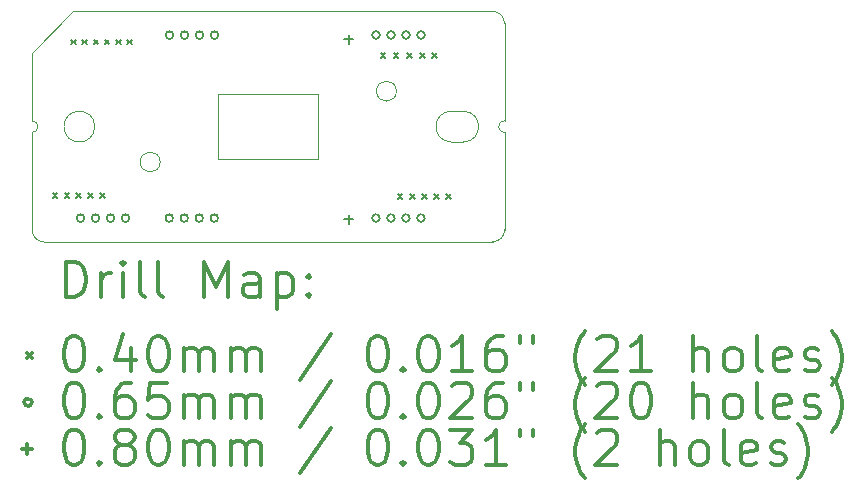
<source format=gbr>
%FSLAX45Y45*%
G04 Gerber Fmt 4.5, Leading zero omitted, Abs format (unit mm)*
G04 Created by KiCad (PCBNEW 5.1.9-73d0e3b20d~88~ubuntu20.04.1) date 2021-02-03 01:27:32*
%MOMM*%
%LPD*%
G01*
G04 APERTURE LIST*
%TA.AperFunction,Profile*%
%ADD10C,0.050000*%
%TD*%
%ADD11C,0.200000*%
%ADD12C,0.300000*%
G04 APERTURE END LIST*
D10*
X14400000Y-7420000D02*
X14400000Y-6960000D01*
X14400000Y-6280000D02*
X14400000Y-5820000D01*
X10400000Y-6910000D02*
X10400000Y-7370000D01*
X10400000Y-7370000D02*
X10400000Y-7490000D01*
X14400000Y-7490000D02*
X14400000Y-7420000D01*
X14400000Y-5820000D02*
X14400000Y-5740000D01*
X10400000Y-6565000D02*
G75*
G02*
X10400000Y-6665000I0J-50000D01*
G01*
X10400000Y-6910000D02*
X10400000Y-6665000D01*
X14400000Y-6665000D02*
G75*
G02*
X14400000Y-6565000I0J50000D01*
G01*
X14400000Y-6960000D02*
X14400000Y-6665000D01*
X11485000Y-6915000D02*
G75*
G03*
X11485000Y-6915000I-85000J0D01*
G01*
X13485000Y-6315000D02*
G75*
G03*
X13485000Y-6315000I-85000J0D01*
G01*
X10930000Y-6615000D02*
G75*
G03*
X10930000Y-6615000I-130000J0D01*
G01*
X13950000Y-6745000D02*
G75*
G02*
X13950000Y-6485000I0J130000D01*
G01*
X14050000Y-6485000D02*
G75*
G02*
X14050000Y-6745000I0J-130000D01*
G01*
X13950000Y-6485000D02*
X14050000Y-6485000D01*
X13950000Y-6745000D02*
X14050000Y-6745000D01*
X10750000Y-5640000D02*
X10400000Y-5990000D01*
X14300000Y-5640000D02*
G75*
G02*
X14400000Y-5740000I0J-100000D01*
G01*
X14400000Y-7490000D02*
G75*
G02*
X14300000Y-7590000I-100000J0D01*
G01*
X14300000Y-5640000D02*
X10750000Y-5640000D01*
X14400000Y-6565000D02*
X14400000Y-6280000D01*
X10500000Y-7590000D02*
G75*
G02*
X10400000Y-7490000I0J100000D01*
G01*
X10500000Y-7590000D02*
X14300000Y-7590000D01*
X10400000Y-6565000D02*
X10400000Y-5990000D01*
X11970000Y-6890000D02*
X12820000Y-6890000D01*
X11970000Y-6340000D02*
X11970000Y-6890000D01*
X12820000Y-6340000D02*
X11970000Y-6340000D01*
X12820000Y-6890000D02*
X12820000Y-6340000D01*
D11*
X10575000Y-7180000D02*
X10615000Y-7220000D01*
X10615000Y-7180000D02*
X10575000Y-7220000D01*
X10675000Y-7180000D02*
X10715000Y-7220000D01*
X10715000Y-7180000D02*
X10675000Y-7220000D01*
X10730000Y-5880000D02*
X10770000Y-5920000D01*
X10770000Y-5880000D02*
X10730000Y-5920000D01*
X10775000Y-7180000D02*
X10815000Y-7220000D01*
X10815000Y-7180000D02*
X10775000Y-7220000D01*
X10825000Y-5880000D02*
X10865000Y-5920000D01*
X10865000Y-5880000D02*
X10825000Y-5920000D01*
X10875000Y-7180000D02*
X10915000Y-7220000D01*
X10915000Y-7180000D02*
X10875000Y-7220000D01*
X10920000Y-5880000D02*
X10960000Y-5920000D01*
X10960000Y-5880000D02*
X10920000Y-5920000D01*
X10975000Y-7180000D02*
X11015000Y-7220000D01*
X11015000Y-7180000D02*
X10975000Y-7220000D01*
X11015000Y-5880000D02*
X11055000Y-5920000D01*
X11055000Y-5880000D02*
X11015000Y-5920000D01*
X11110000Y-5880000D02*
X11150000Y-5920000D01*
X11150000Y-5880000D02*
X11110000Y-5920000D01*
X11205000Y-5880000D02*
X11245000Y-5920000D01*
X11245000Y-5880000D02*
X11205000Y-5920000D01*
X13350000Y-5995000D02*
X13390000Y-6035000D01*
X13390000Y-5995000D02*
X13350000Y-6035000D01*
X13460000Y-5995000D02*
X13500000Y-6035000D01*
X13500000Y-5995000D02*
X13460000Y-6035000D01*
X13495000Y-7185000D02*
X13535000Y-7225000D01*
X13535000Y-7185000D02*
X13495000Y-7225000D01*
X13575000Y-5995000D02*
X13615000Y-6035000D01*
X13615000Y-5995000D02*
X13575000Y-6035000D01*
X13600000Y-7185000D02*
X13640000Y-7225000D01*
X13640000Y-7185000D02*
X13600000Y-7225000D01*
X13685000Y-5995000D02*
X13725000Y-6035000D01*
X13725000Y-5995000D02*
X13685000Y-6035000D01*
X13705000Y-7185000D02*
X13745000Y-7225000D01*
X13745000Y-7185000D02*
X13705000Y-7225000D01*
X13790000Y-5995000D02*
X13830000Y-6035000D01*
X13830000Y-5995000D02*
X13790000Y-6035000D01*
X13805000Y-7185000D02*
X13845000Y-7225000D01*
X13845000Y-7185000D02*
X13805000Y-7225000D01*
X13905000Y-7185000D02*
X13945000Y-7225000D01*
X13945000Y-7185000D02*
X13905000Y-7225000D01*
X10842500Y-7390000D02*
G75*
G03*
X10842500Y-7390000I-32500J0D01*
G01*
X10969500Y-7390000D02*
G75*
G03*
X10969500Y-7390000I-32500J0D01*
G01*
X11096500Y-7390000D02*
G75*
G03*
X11096500Y-7390000I-32500J0D01*
G01*
X11223500Y-7390000D02*
G75*
G03*
X11223500Y-7390000I-32500J0D01*
G01*
X11593500Y-7390000D02*
G75*
G03*
X11593500Y-7390000I-32500J0D01*
G01*
X11595500Y-5840000D02*
G75*
G03*
X11595500Y-5840000I-32500J0D01*
G01*
X11720500Y-7390000D02*
G75*
G03*
X11720500Y-7390000I-32500J0D01*
G01*
X11722500Y-5840000D02*
G75*
G03*
X11722500Y-5840000I-32500J0D01*
G01*
X11847500Y-7390000D02*
G75*
G03*
X11847500Y-7390000I-32500J0D01*
G01*
X11849500Y-5840000D02*
G75*
G03*
X11849500Y-5840000I-32500J0D01*
G01*
X11974500Y-7390000D02*
G75*
G03*
X11974500Y-7390000I-32500J0D01*
G01*
X11976500Y-5840000D02*
G75*
G03*
X11976500Y-5840000I-32500J0D01*
G01*
X13343500Y-5840000D02*
G75*
G03*
X13343500Y-5840000I-32500J0D01*
G01*
X13343500Y-7390000D02*
G75*
G03*
X13343500Y-7390000I-32500J0D01*
G01*
X13470500Y-5840000D02*
G75*
G03*
X13470500Y-5840000I-32500J0D01*
G01*
X13470500Y-7390000D02*
G75*
G03*
X13470500Y-7390000I-32500J0D01*
G01*
X13597500Y-5840000D02*
G75*
G03*
X13597500Y-5840000I-32500J0D01*
G01*
X13597500Y-7390000D02*
G75*
G03*
X13597500Y-7390000I-32500J0D01*
G01*
X13724500Y-5840000D02*
G75*
G03*
X13724500Y-5840000I-32500J0D01*
G01*
X13724500Y-7390000D02*
G75*
G03*
X13724500Y-7390000I-32500J0D01*
G01*
X13080000Y-5836000D02*
X13080000Y-5916000D01*
X13040000Y-5876000D02*
X13120000Y-5876000D01*
X13080000Y-7360000D02*
X13080000Y-7440000D01*
X13040000Y-7400000D02*
X13120000Y-7400000D01*
D12*
X10683928Y-8058214D02*
X10683928Y-7758214D01*
X10755357Y-7758214D01*
X10798214Y-7772500D01*
X10826786Y-7801071D01*
X10841071Y-7829643D01*
X10855357Y-7886786D01*
X10855357Y-7929643D01*
X10841071Y-7986786D01*
X10826786Y-8015357D01*
X10798214Y-8043929D01*
X10755357Y-8058214D01*
X10683928Y-8058214D01*
X10983928Y-8058214D02*
X10983928Y-7858214D01*
X10983928Y-7915357D02*
X10998214Y-7886786D01*
X11012500Y-7872500D01*
X11041071Y-7858214D01*
X11069643Y-7858214D01*
X11169643Y-8058214D02*
X11169643Y-7858214D01*
X11169643Y-7758214D02*
X11155357Y-7772500D01*
X11169643Y-7786786D01*
X11183928Y-7772500D01*
X11169643Y-7758214D01*
X11169643Y-7786786D01*
X11355357Y-8058214D02*
X11326786Y-8043929D01*
X11312500Y-8015357D01*
X11312500Y-7758214D01*
X11512500Y-8058214D02*
X11483928Y-8043929D01*
X11469643Y-8015357D01*
X11469643Y-7758214D01*
X11855357Y-8058214D02*
X11855357Y-7758214D01*
X11955357Y-7972500D01*
X12055357Y-7758214D01*
X12055357Y-8058214D01*
X12326786Y-8058214D02*
X12326786Y-7901071D01*
X12312500Y-7872500D01*
X12283928Y-7858214D01*
X12226786Y-7858214D01*
X12198214Y-7872500D01*
X12326786Y-8043929D02*
X12298214Y-8058214D01*
X12226786Y-8058214D01*
X12198214Y-8043929D01*
X12183928Y-8015357D01*
X12183928Y-7986786D01*
X12198214Y-7958214D01*
X12226786Y-7943929D01*
X12298214Y-7943929D01*
X12326786Y-7929643D01*
X12469643Y-7858214D02*
X12469643Y-8158214D01*
X12469643Y-7872500D02*
X12498214Y-7858214D01*
X12555357Y-7858214D01*
X12583928Y-7872500D01*
X12598214Y-7886786D01*
X12612500Y-7915357D01*
X12612500Y-8001071D01*
X12598214Y-8029643D01*
X12583928Y-8043929D01*
X12555357Y-8058214D01*
X12498214Y-8058214D01*
X12469643Y-8043929D01*
X12741071Y-8029643D02*
X12755357Y-8043929D01*
X12741071Y-8058214D01*
X12726786Y-8043929D01*
X12741071Y-8029643D01*
X12741071Y-8058214D01*
X12741071Y-7872500D02*
X12755357Y-7886786D01*
X12741071Y-7901071D01*
X12726786Y-7886786D01*
X12741071Y-7872500D01*
X12741071Y-7901071D01*
X10357500Y-8532500D02*
X10397500Y-8572500D01*
X10397500Y-8532500D02*
X10357500Y-8572500D01*
X10741071Y-8388214D02*
X10769643Y-8388214D01*
X10798214Y-8402500D01*
X10812500Y-8416786D01*
X10826786Y-8445357D01*
X10841071Y-8502500D01*
X10841071Y-8573929D01*
X10826786Y-8631072D01*
X10812500Y-8659643D01*
X10798214Y-8673929D01*
X10769643Y-8688214D01*
X10741071Y-8688214D01*
X10712500Y-8673929D01*
X10698214Y-8659643D01*
X10683928Y-8631072D01*
X10669643Y-8573929D01*
X10669643Y-8502500D01*
X10683928Y-8445357D01*
X10698214Y-8416786D01*
X10712500Y-8402500D01*
X10741071Y-8388214D01*
X10969643Y-8659643D02*
X10983928Y-8673929D01*
X10969643Y-8688214D01*
X10955357Y-8673929D01*
X10969643Y-8659643D01*
X10969643Y-8688214D01*
X11241071Y-8488214D02*
X11241071Y-8688214D01*
X11169643Y-8373929D02*
X11098214Y-8588214D01*
X11283928Y-8588214D01*
X11455357Y-8388214D02*
X11483928Y-8388214D01*
X11512500Y-8402500D01*
X11526786Y-8416786D01*
X11541071Y-8445357D01*
X11555357Y-8502500D01*
X11555357Y-8573929D01*
X11541071Y-8631072D01*
X11526786Y-8659643D01*
X11512500Y-8673929D01*
X11483928Y-8688214D01*
X11455357Y-8688214D01*
X11426786Y-8673929D01*
X11412500Y-8659643D01*
X11398214Y-8631072D01*
X11383928Y-8573929D01*
X11383928Y-8502500D01*
X11398214Y-8445357D01*
X11412500Y-8416786D01*
X11426786Y-8402500D01*
X11455357Y-8388214D01*
X11683928Y-8688214D02*
X11683928Y-8488214D01*
X11683928Y-8516786D02*
X11698214Y-8502500D01*
X11726786Y-8488214D01*
X11769643Y-8488214D01*
X11798214Y-8502500D01*
X11812500Y-8531072D01*
X11812500Y-8688214D01*
X11812500Y-8531072D02*
X11826786Y-8502500D01*
X11855357Y-8488214D01*
X11898214Y-8488214D01*
X11926786Y-8502500D01*
X11941071Y-8531072D01*
X11941071Y-8688214D01*
X12083928Y-8688214D02*
X12083928Y-8488214D01*
X12083928Y-8516786D02*
X12098214Y-8502500D01*
X12126786Y-8488214D01*
X12169643Y-8488214D01*
X12198214Y-8502500D01*
X12212500Y-8531072D01*
X12212500Y-8688214D01*
X12212500Y-8531072D02*
X12226786Y-8502500D01*
X12255357Y-8488214D01*
X12298214Y-8488214D01*
X12326786Y-8502500D01*
X12341071Y-8531072D01*
X12341071Y-8688214D01*
X12926786Y-8373929D02*
X12669643Y-8759643D01*
X13312500Y-8388214D02*
X13341071Y-8388214D01*
X13369643Y-8402500D01*
X13383928Y-8416786D01*
X13398214Y-8445357D01*
X13412500Y-8502500D01*
X13412500Y-8573929D01*
X13398214Y-8631072D01*
X13383928Y-8659643D01*
X13369643Y-8673929D01*
X13341071Y-8688214D01*
X13312500Y-8688214D01*
X13283928Y-8673929D01*
X13269643Y-8659643D01*
X13255357Y-8631072D01*
X13241071Y-8573929D01*
X13241071Y-8502500D01*
X13255357Y-8445357D01*
X13269643Y-8416786D01*
X13283928Y-8402500D01*
X13312500Y-8388214D01*
X13541071Y-8659643D02*
X13555357Y-8673929D01*
X13541071Y-8688214D01*
X13526786Y-8673929D01*
X13541071Y-8659643D01*
X13541071Y-8688214D01*
X13741071Y-8388214D02*
X13769643Y-8388214D01*
X13798214Y-8402500D01*
X13812500Y-8416786D01*
X13826786Y-8445357D01*
X13841071Y-8502500D01*
X13841071Y-8573929D01*
X13826786Y-8631072D01*
X13812500Y-8659643D01*
X13798214Y-8673929D01*
X13769643Y-8688214D01*
X13741071Y-8688214D01*
X13712500Y-8673929D01*
X13698214Y-8659643D01*
X13683928Y-8631072D01*
X13669643Y-8573929D01*
X13669643Y-8502500D01*
X13683928Y-8445357D01*
X13698214Y-8416786D01*
X13712500Y-8402500D01*
X13741071Y-8388214D01*
X14126786Y-8688214D02*
X13955357Y-8688214D01*
X14041071Y-8688214D02*
X14041071Y-8388214D01*
X14012500Y-8431072D01*
X13983928Y-8459643D01*
X13955357Y-8473929D01*
X14383928Y-8388214D02*
X14326786Y-8388214D01*
X14298214Y-8402500D01*
X14283928Y-8416786D01*
X14255357Y-8459643D01*
X14241071Y-8516786D01*
X14241071Y-8631072D01*
X14255357Y-8659643D01*
X14269643Y-8673929D01*
X14298214Y-8688214D01*
X14355357Y-8688214D01*
X14383928Y-8673929D01*
X14398214Y-8659643D01*
X14412500Y-8631072D01*
X14412500Y-8559643D01*
X14398214Y-8531072D01*
X14383928Y-8516786D01*
X14355357Y-8502500D01*
X14298214Y-8502500D01*
X14269643Y-8516786D01*
X14255357Y-8531072D01*
X14241071Y-8559643D01*
X14526786Y-8388214D02*
X14526786Y-8445357D01*
X14641071Y-8388214D02*
X14641071Y-8445357D01*
X15083928Y-8802500D02*
X15069643Y-8788214D01*
X15041071Y-8745357D01*
X15026786Y-8716786D01*
X15012500Y-8673929D01*
X14998214Y-8602500D01*
X14998214Y-8545357D01*
X15012500Y-8473929D01*
X15026786Y-8431072D01*
X15041071Y-8402500D01*
X15069643Y-8359643D01*
X15083928Y-8345357D01*
X15183928Y-8416786D02*
X15198214Y-8402500D01*
X15226786Y-8388214D01*
X15298214Y-8388214D01*
X15326786Y-8402500D01*
X15341071Y-8416786D01*
X15355357Y-8445357D01*
X15355357Y-8473929D01*
X15341071Y-8516786D01*
X15169643Y-8688214D01*
X15355357Y-8688214D01*
X15641071Y-8688214D02*
X15469643Y-8688214D01*
X15555357Y-8688214D02*
X15555357Y-8388214D01*
X15526786Y-8431072D01*
X15498214Y-8459643D01*
X15469643Y-8473929D01*
X15998214Y-8688214D02*
X15998214Y-8388214D01*
X16126786Y-8688214D02*
X16126786Y-8531072D01*
X16112500Y-8502500D01*
X16083928Y-8488214D01*
X16041071Y-8488214D01*
X16012500Y-8502500D01*
X15998214Y-8516786D01*
X16312500Y-8688214D02*
X16283928Y-8673929D01*
X16269643Y-8659643D01*
X16255357Y-8631072D01*
X16255357Y-8545357D01*
X16269643Y-8516786D01*
X16283928Y-8502500D01*
X16312500Y-8488214D01*
X16355357Y-8488214D01*
X16383928Y-8502500D01*
X16398214Y-8516786D01*
X16412500Y-8545357D01*
X16412500Y-8631072D01*
X16398214Y-8659643D01*
X16383928Y-8673929D01*
X16355357Y-8688214D01*
X16312500Y-8688214D01*
X16583928Y-8688214D02*
X16555357Y-8673929D01*
X16541071Y-8645357D01*
X16541071Y-8388214D01*
X16812500Y-8673929D02*
X16783928Y-8688214D01*
X16726786Y-8688214D01*
X16698214Y-8673929D01*
X16683928Y-8645357D01*
X16683928Y-8531072D01*
X16698214Y-8502500D01*
X16726786Y-8488214D01*
X16783928Y-8488214D01*
X16812500Y-8502500D01*
X16826786Y-8531072D01*
X16826786Y-8559643D01*
X16683928Y-8588214D01*
X16941071Y-8673929D02*
X16969643Y-8688214D01*
X17026786Y-8688214D01*
X17055357Y-8673929D01*
X17069643Y-8645357D01*
X17069643Y-8631072D01*
X17055357Y-8602500D01*
X17026786Y-8588214D01*
X16983928Y-8588214D01*
X16955357Y-8573929D01*
X16941071Y-8545357D01*
X16941071Y-8531072D01*
X16955357Y-8502500D01*
X16983928Y-8488214D01*
X17026786Y-8488214D01*
X17055357Y-8502500D01*
X17169643Y-8802500D02*
X17183928Y-8788214D01*
X17212500Y-8745357D01*
X17226786Y-8716786D01*
X17241071Y-8673929D01*
X17255357Y-8602500D01*
X17255357Y-8545357D01*
X17241071Y-8473929D01*
X17226786Y-8431072D01*
X17212500Y-8402500D01*
X17183928Y-8359643D01*
X17169643Y-8345357D01*
X10397500Y-8948500D02*
G75*
G03*
X10397500Y-8948500I-32500J0D01*
G01*
X10741071Y-8784214D02*
X10769643Y-8784214D01*
X10798214Y-8798500D01*
X10812500Y-8812786D01*
X10826786Y-8841357D01*
X10841071Y-8898500D01*
X10841071Y-8969929D01*
X10826786Y-9027072D01*
X10812500Y-9055643D01*
X10798214Y-9069929D01*
X10769643Y-9084214D01*
X10741071Y-9084214D01*
X10712500Y-9069929D01*
X10698214Y-9055643D01*
X10683928Y-9027072D01*
X10669643Y-8969929D01*
X10669643Y-8898500D01*
X10683928Y-8841357D01*
X10698214Y-8812786D01*
X10712500Y-8798500D01*
X10741071Y-8784214D01*
X10969643Y-9055643D02*
X10983928Y-9069929D01*
X10969643Y-9084214D01*
X10955357Y-9069929D01*
X10969643Y-9055643D01*
X10969643Y-9084214D01*
X11241071Y-8784214D02*
X11183928Y-8784214D01*
X11155357Y-8798500D01*
X11141071Y-8812786D01*
X11112500Y-8855643D01*
X11098214Y-8912786D01*
X11098214Y-9027072D01*
X11112500Y-9055643D01*
X11126786Y-9069929D01*
X11155357Y-9084214D01*
X11212500Y-9084214D01*
X11241071Y-9069929D01*
X11255357Y-9055643D01*
X11269643Y-9027072D01*
X11269643Y-8955643D01*
X11255357Y-8927072D01*
X11241071Y-8912786D01*
X11212500Y-8898500D01*
X11155357Y-8898500D01*
X11126786Y-8912786D01*
X11112500Y-8927072D01*
X11098214Y-8955643D01*
X11541071Y-8784214D02*
X11398214Y-8784214D01*
X11383928Y-8927072D01*
X11398214Y-8912786D01*
X11426786Y-8898500D01*
X11498214Y-8898500D01*
X11526786Y-8912786D01*
X11541071Y-8927072D01*
X11555357Y-8955643D01*
X11555357Y-9027072D01*
X11541071Y-9055643D01*
X11526786Y-9069929D01*
X11498214Y-9084214D01*
X11426786Y-9084214D01*
X11398214Y-9069929D01*
X11383928Y-9055643D01*
X11683928Y-9084214D02*
X11683928Y-8884214D01*
X11683928Y-8912786D02*
X11698214Y-8898500D01*
X11726786Y-8884214D01*
X11769643Y-8884214D01*
X11798214Y-8898500D01*
X11812500Y-8927072D01*
X11812500Y-9084214D01*
X11812500Y-8927072D02*
X11826786Y-8898500D01*
X11855357Y-8884214D01*
X11898214Y-8884214D01*
X11926786Y-8898500D01*
X11941071Y-8927072D01*
X11941071Y-9084214D01*
X12083928Y-9084214D02*
X12083928Y-8884214D01*
X12083928Y-8912786D02*
X12098214Y-8898500D01*
X12126786Y-8884214D01*
X12169643Y-8884214D01*
X12198214Y-8898500D01*
X12212500Y-8927072D01*
X12212500Y-9084214D01*
X12212500Y-8927072D02*
X12226786Y-8898500D01*
X12255357Y-8884214D01*
X12298214Y-8884214D01*
X12326786Y-8898500D01*
X12341071Y-8927072D01*
X12341071Y-9084214D01*
X12926786Y-8769929D02*
X12669643Y-9155643D01*
X13312500Y-8784214D02*
X13341071Y-8784214D01*
X13369643Y-8798500D01*
X13383928Y-8812786D01*
X13398214Y-8841357D01*
X13412500Y-8898500D01*
X13412500Y-8969929D01*
X13398214Y-9027072D01*
X13383928Y-9055643D01*
X13369643Y-9069929D01*
X13341071Y-9084214D01*
X13312500Y-9084214D01*
X13283928Y-9069929D01*
X13269643Y-9055643D01*
X13255357Y-9027072D01*
X13241071Y-8969929D01*
X13241071Y-8898500D01*
X13255357Y-8841357D01*
X13269643Y-8812786D01*
X13283928Y-8798500D01*
X13312500Y-8784214D01*
X13541071Y-9055643D02*
X13555357Y-9069929D01*
X13541071Y-9084214D01*
X13526786Y-9069929D01*
X13541071Y-9055643D01*
X13541071Y-9084214D01*
X13741071Y-8784214D02*
X13769643Y-8784214D01*
X13798214Y-8798500D01*
X13812500Y-8812786D01*
X13826786Y-8841357D01*
X13841071Y-8898500D01*
X13841071Y-8969929D01*
X13826786Y-9027072D01*
X13812500Y-9055643D01*
X13798214Y-9069929D01*
X13769643Y-9084214D01*
X13741071Y-9084214D01*
X13712500Y-9069929D01*
X13698214Y-9055643D01*
X13683928Y-9027072D01*
X13669643Y-8969929D01*
X13669643Y-8898500D01*
X13683928Y-8841357D01*
X13698214Y-8812786D01*
X13712500Y-8798500D01*
X13741071Y-8784214D01*
X13955357Y-8812786D02*
X13969643Y-8798500D01*
X13998214Y-8784214D01*
X14069643Y-8784214D01*
X14098214Y-8798500D01*
X14112500Y-8812786D01*
X14126786Y-8841357D01*
X14126786Y-8869929D01*
X14112500Y-8912786D01*
X13941071Y-9084214D01*
X14126786Y-9084214D01*
X14383928Y-8784214D02*
X14326786Y-8784214D01*
X14298214Y-8798500D01*
X14283928Y-8812786D01*
X14255357Y-8855643D01*
X14241071Y-8912786D01*
X14241071Y-9027072D01*
X14255357Y-9055643D01*
X14269643Y-9069929D01*
X14298214Y-9084214D01*
X14355357Y-9084214D01*
X14383928Y-9069929D01*
X14398214Y-9055643D01*
X14412500Y-9027072D01*
X14412500Y-8955643D01*
X14398214Y-8927072D01*
X14383928Y-8912786D01*
X14355357Y-8898500D01*
X14298214Y-8898500D01*
X14269643Y-8912786D01*
X14255357Y-8927072D01*
X14241071Y-8955643D01*
X14526786Y-8784214D02*
X14526786Y-8841357D01*
X14641071Y-8784214D02*
X14641071Y-8841357D01*
X15083928Y-9198500D02*
X15069643Y-9184214D01*
X15041071Y-9141357D01*
X15026786Y-9112786D01*
X15012500Y-9069929D01*
X14998214Y-8998500D01*
X14998214Y-8941357D01*
X15012500Y-8869929D01*
X15026786Y-8827072D01*
X15041071Y-8798500D01*
X15069643Y-8755643D01*
X15083928Y-8741357D01*
X15183928Y-8812786D02*
X15198214Y-8798500D01*
X15226786Y-8784214D01*
X15298214Y-8784214D01*
X15326786Y-8798500D01*
X15341071Y-8812786D01*
X15355357Y-8841357D01*
X15355357Y-8869929D01*
X15341071Y-8912786D01*
X15169643Y-9084214D01*
X15355357Y-9084214D01*
X15541071Y-8784214D02*
X15569643Y-8784214D01*
X15598214Y-8798500D01*
X15612500Y-8812786D01*
X15626786Y-8841357D01*
X15641071Y-8898500D01*
X15641071Y-8969929D01*
X15626786Y-9027072D01*
X15612500Y-9055643D01*
X15598214Y-9069929D01*
X15569643Y-9084214D01*
X15541071Y-9084214D01*
X15512500Y-9069929D01*
X15498214Y-9055643D01*
X15483928Y-9027072D01*
X15469643Y-8969929D01*
X15469643Y-8898500D01*
X15483928Y-8841357D01*
X15498214Y-8812786D01*
X15512500Y-8798500D01*
X15541071Y-8784214D01*
X15998214Y-9084214D02*
X15998214Y-8784214D01*
X16126786Y-9084214D02*
X16126786Y-8927072D01*
X16112500Y-8898500D01*
X16083928Y-8884214D01*
X16041071Y-8884214D01*
X16012500Y-8898500D01*
X15998214Y-8912786D01*
X16312500Y-9084214D02*
X16283928Y-9069929D01*
X16269643Y-9055643D01*
X16255357Y-9027072D01*
X16255357Y-8941357D01*
X16269643Y-8912786D01*
X16283928Y-8898500D01*
X16312500Y-8884214D01*
X16355357Y-8884214D01*
X16383928Y-8898500D01*
X16398214Y-8912786D01*
X16412500Y-8941357D01*
X16412500Y-9027072D01*
X16398214Y-9055643D01*
X16383928Y-9069929D01*
X16355357Y-9084214D01*
X16312500Y-9084214D01*
X16583928Y-9084214D02*
X16555357Y-9069929D01*
X16541071Y-9041357D01*
X16541071Y-8784214D01*
X16812500Y-9069929D02*
X16783928Y-9084214D01*
X16726786Y-9084214D01*
X16698214Y-9069929D01*
X16683928Y-9041357D01*
X16683928Y-8927072D01*
X16698214Y-8898500D01*
X16726786Y-8884214D01*
X16783928Y-8884214D01*
X16812500Y-8898500D01*
X16826786Y-8927072D01*
X16826786Y-8955643D01*
X16683928Y-8984214D01*
X16941071Y-9069929D02*
X16969643Y-9084214D01*
X17026786Y-9084214D01*
X17055357Y-9069929D01*
X17069643Y-9041357D01*
X17069643Y-9027072D01*
X17055357Y-8998500D01*
X17026786Y-8984214D01*
X16983928Y-8984214D01*
X16955357Y-8969929D01*
X16941071Y-8941357D01*
X16941071Y-8927072D01*
X16955357Y-8898500D01*
X16983928Y-8884214D01*
X17026786Y-8884214D01*
X17055357Y-8898500D01*
X17169643Y-9198500D02*
X17183928Y-9184214D01*
X17212500Y-9141357D01*
X17226786Y-9112786D01*
X17241071Y-9069929D01*
X17255357Y-8998500D01*
X17255357Y-8941357D01*
X17241071Y-8869929D01*
X17226786Y-8827072D01*
X17212500Y-8798500D01*
X17183928Y-8755643D01*
X17169643Y-8741357D01*
X10357500Y-9304500D02*
X10357500Y-9384500D01*
X10317500Y-9344500D02*
X10397500Y-9344500D01*
X10741071Y-9180214D02*
X10769643Y-9180214D01*
X10798214Y-9194500D01*
X10812500Y-9208786D01*
X10826786Y-9237357D01*
X10841071Y-9294500D01*
X10841071Y-9365929D01*
X10826786Y-9423072D01*
X10812500Y-9451643D01*
X10798214Y-9465929D01*
X10769643Y-9480214D01*
X10741071Y-9480214D01*
X10712500Y-9465929D01*
X10698214Y-9451643D01*
X10683928Y-9423072D01*
X10669643Y-9365929D01*
X10669643Y-9294500D01*
X10683928Y-9237357D01*
X10698214Y-9208786D01*
X10712500Y-9194500D01*
X10741071Y-9180214D01*
X10969643Y-9451643D02*
X10983928Y-9465929D01*
X10969643Y-9480214D01*
X10955357Y-9465929D01*
X10969643Y-9451643D01*
X10969643Y-9480214D01*
X11155357Y-9308786D02*
X11126786Y-9294500D01*
X11112500Y-9280214D01*
X11098214Y-9251643D01*
X11098214Y-9237357D01*
X11112500Y-9208786D01*
X11126786Y-9194500D01*
X11155357Y-9180214D01*
X11212500Y-9180214D01*
X11241071Y-9194500D01*
X11255357Y-9208786D01*
X11269643Y-9237357D01*
X11269643Y-9251643D01*
X11255357Y-9280214D01*
X11241071Y-9294500D01*
X11212500Y-9308786D01*
X11155357Y-9308786D01*
X11126786Y-9323072D01*
X11112500Y-9337357D01*
X11098214Y-9365929D01*
X11098214Y-9423072D01*
X11112500Y-9451643D01*
X11126786Y-9465929D01*
X11155357Y-9480214D01*
X11212500Y-9480214D01*
X11241071Y-9465929D01*
X11255357Y-9451643D01*
X11269643Y-9423072D01*
X11269643Y-9365929D01*
X11255357Y-9337357D01*
X11241071Y-9323072D01*
X11212500Y-9308786D01*
X11455357Y-9180214D02*
X11483928Y-9180214D01*
X11512500Y-9194500D01*
X11526786Y-9208786D01*
X11541071Y-9237357D01*
X11555357Y-9294500D01*
X11555357Y-9365929D01*
X11541071Y-9423072D01*
X11526786Y-9451643D01*
X11512500Y-9465929D01*
X11483928Y-9480214D01*
X11455357Y-9480214D01*
X11426786Y-9465929D01*
X11412500Y-9451643D01*
X11398214Y-9423072D01*
X11383928Y-9365929D01*
X11383928Y-9294500D01*
X11398214Y-9237357D01*
X11412500Y-9208786D01*
X11426786Y-9194500D01*
X11455357Y-9180214D01*
X11683928Y-9480214D02*
X11683928Y-9280214D01*
X11683928Y-9308786D02*
X11698214Y-9294500D01*
X11726786Y-9280214D01*
X11769643Y-9280214D01*
X11798214Y-9294500D01*
X11812500Y-9323072D01*
X11812500Y-9480214D01*
X11812500Y-9323072D02*
X11826786Y-9294500D01*
X11855357Y-9280214D01*
X11898214Y-9280214D01*
X11926786Y-9294500D01*
X11941071Y-9323072D01*
X11941071Y-9480214D01*
X12083928Y-9480214D02*
X12083928Y-9280214D01*
X12083928Y-9308786D02*
X12098214Y-9294500D01*
X12126786Y-9280214D01*
X12169643Y-9280214D01*
X12198214Y-9294500D01*
X12212500Y-9323072D01*
X12212500Y-9480214D01*
X12212500Y-9323072D02*
X12226786Y-9294500D01*
X12255357Y-9280214D01*
X12298214Y-9280214D01*
X12326786Y-9294500D01*
X12341071Y-9323072D01*
X12341071Y-9480214D01*
X12926786Y-9165929D02*
X12669643Y-9551643D01*
X13312500Y-9180214D02*
X13341071Y-9180214D01*
X13369643Y-9194500D01*
X13383928Y-9208786D01*
X13398214Y-9237357D01*
X13412500Y-9294500D01*
X13412500Y-9365929D01*
X13398214Y-9423072D01*
X13383928Y-9451643D01*
X13369643Y-9465929D01*
X13341071Y-9480214D01*
X13312500Y-9480214D01*
X13283928Y-9465929D01*
X13269643Y-9451643D01*
X13255357Y-9423072D01*
X13241071Y-9365929D01*
X13241071Y-9294500D01*
X13255357Y-9237357D01*
X13269643Y-9208786D01*
X13283928Y-9194500D01*
X13312500Y-9180214D01*
X13541071Y-9451643D02*
X13555357Y-9465929D01*
X13541071Y-9480214D01*
X13526786Y-9465929D01*
X13541071Y-9451643D01*
X13541071Y-9480214D01*
X13741071Y-9180214D02*
X13769643Y-9180214D01*
X13798214Y-9194500D01*
X13812500Y-9208786D01*
X13826786Y-9237357D01*
X13841071Y-9294500D01*
X13841071Y-9365929D01*
X13826786Y-9423072D01*
X13812500Y-9451643D01*
X13798214Y-9465929D01*
X13769643Y-9480214D01*
X13741071Y-9480214D01*
X13712500Y-9465929D01*
X13698214Y-9451643D01*
X13683928Y-9423072D01*
X13669643Y-9365929D01*
X13669643Y-9294500D01*
X13683928Y-9237357D01*
X13698214Y-9208786D01*
X13712500Y-9194500D01*
X13741071Y-9180214D01*
X13941071Y-9180214D02*
X14126786Y-9180214D01*
X14026786Y-9294500D01*
X14069643Y-9294500D01*
X14098214Y-9308786D01*
X14112500Y-9323072D01*
X14126786Y-9351643D01*
X14126786Y-9423072D01*
X14112500Y-9451643D01*
X14098214Y-9465929D01*
X14069643Y-9480214D01*
X13983928Y-9480214D01*
X13955357Y-9465929D01*
X13941071Y-9451643D01*
X14412500Y-9480214D02*
X14241071Y-9480214D01*
X14326786Y-9480214D02*
X14326786Y-9180214D01*
X14298214Y-9223072D01*
X14269643Y-9251643D01*
X14241071Y-9265929D01*
X14526786Y-9180214D02*
X14526786Y-9237357D01*
X14641071Y-9180214D02*
X14641071Y-9237357D01*
X15083928Y-9594500D02*
X15069643Y-9580214D01*
X15041071Y-9537357D01*
X15026786Y-9508786D01*
X15012500Y-9465929D01*
X14998214Y-9394500D01*
X14998214Y-9337357D01*
X15012500Y-9265929D01*
X15026786Y-9223072D01*
X15041071Y-9194500D01*
X15069643Y-9151643D01*
X15083928Y-9137357D01*
X15183928Y-9208786D02*
X15198214Y-9194500D01*
X15226786Y-9180214D01*
X15298214Y-9180214D01*
X15326786Y-9194500D01*
X15341071Y-9208786D01*
X15355357Y-9237357D01*
X15355357Y-9265929D01*
X15341071Y-9308786D01*
X15169643Y-9480214D01*
X15355357Y-9480214D01*
X15712500Y-9480214D02*
X15712500Y-9180214D01*
X15841071Y-9480214D02*
X15841071Y-9323072D01*
X15826786Y-9294500D01*
X15798214Y-9280214D01*
X15755357Y-9280214D01*
X15726786Y-9294500D01*
X15712500Y-9308786D01*
X16026786Y-9480214D02*
X15998214Y-9465929D01*
X15983928Y-9451643D01*
X15969643Y-9423072D01*
X15969643Y-9337357D01*
X15983928Y-9308786D01*
X15998214Y-9294500D01*
X16026786Y-9280214D01*
X16069643Y-9280214D01*
X16098214Y-9294500D01*
X16112500Y-9308786D01*
X16126786Y-9337357D01*
X16126786Y-9423072D01*
X16112500Y-9451643D01*
X16098214Y-9465929D01*
X16069643Y-9480214D01*
X16026786Y-9480214D01*
X16298214Y-9480214D02*
X16269643Y-9465929D01*
X16255357Y-9437357D01*
X16255357Y-9180214D01*
X16526786Y-9465929D02*
X16498214Y-9480214D01*
X16441071Y-9480214D01*
X16412500Y-9465929D01*
X16398214Y-9437357D01*
X16398214Y-9323072D01*
X16412500Y-9294500D01*
X16441071Y-9280214D01*
X16498214Y-9280214D01*
X16526786Y-9294500D01*
X16541071Y-9323072D01*
X16541071Y-9351643D01*
X16398214Y-9380214D01*
X16655357Y-9465929D02*
X16683928Y-9480214D01*
X16741071Y-9480214D01*
X16769643Y-9465929D01*
X16783928Y-9437357D01*
X16783928Y-9423072D01*
X16769643Y-9394500D01*
X16741071Y-9380214D01*
X16698214Y-9380214D01*
X16669643Y-9365929D01*
X16655357Y-9337357D01*
X16655357Y-9323072D01*
X16669643Y-9294500D01*
X16698214Y-9280214D01*
X16741071Y-9280214D01*
X16769643Y-9294500D01*
X16883928Y-9594500D02*
X16898214Y-9580214D01*
X16926786Y-9537357D01*
X16941071Y-9508786D01*
X16955357Y-9465929D01*
X16969643Y-9394500D01*
X16969643Y-9337357D01*
X16955357Y-9265929D01*
X16941071Y-9223072D01*
X16926786Y-9194500D01*
X16898214Y-9151643D01*
X16883928Y-9137357D01*
M02*

</source>
